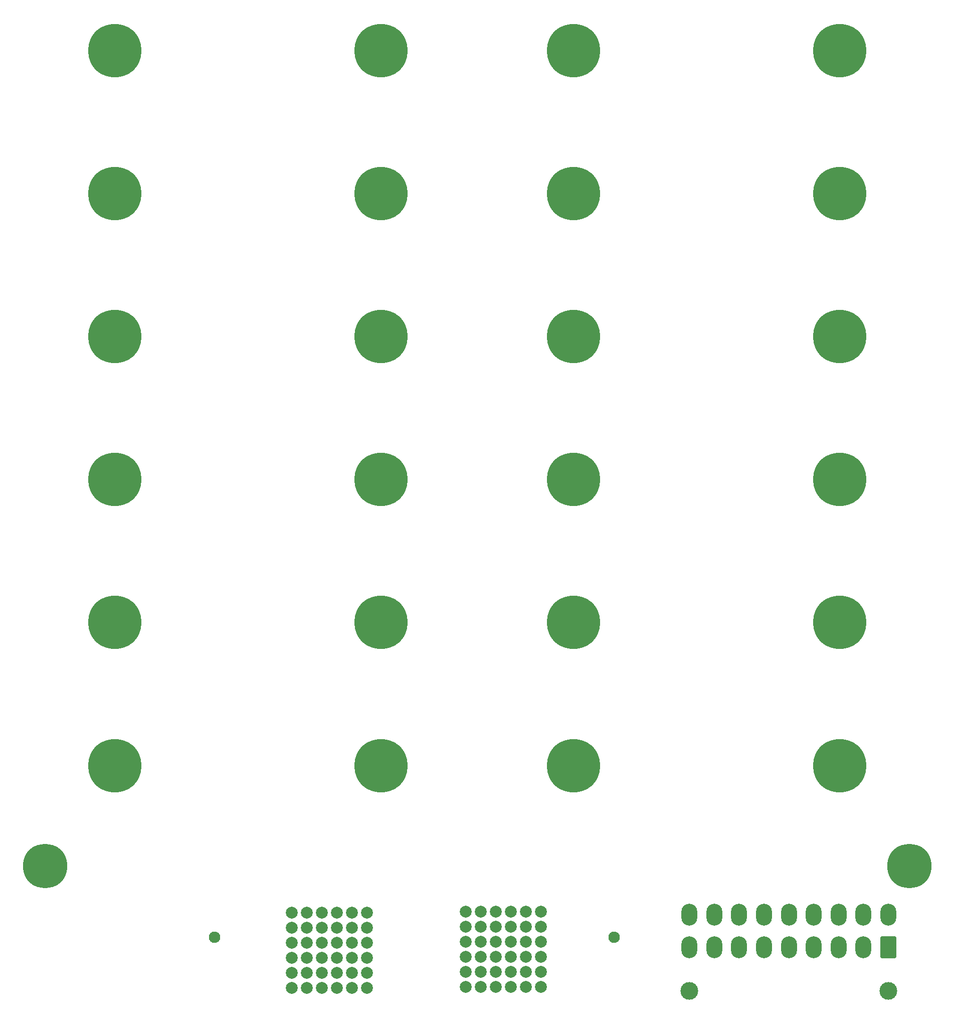
<source format=gts>
G04 #@! TF.GenerationSoftware,KiCad,Pcbnew,8.0.5*
G04 #@! TF.CreationDate,2024-11-12T22:59:12-08:00*
G04 #@! TF.ProjectId,URBAN_CELL_BOARD,55524241-4e5f-4434-954c-4c5f424f4152,rev?*
G04 #@! TF.SameCoordinates,Original*
G04 #@! TF.FileFunction,Soldermask,Top*
G04 #@! TF.FilePolarity,Negative*
%FSLAX46Y46*%
G04 Gerber Fmt 4.6, Leading zero omitted, Abs format (unit mm)*
G04 Created by KiCad (PCBNEW 8.0.5) date 2024-11-12 22:59:12*
%MOMM*%
%LPD*%
G01*
G04 APERTURE LIST*
G04 Aperture macros list*
%AMRoundRect*
0 Rectangle with rounded corners*
0 $1 Rounding radius*
0 $2 $3 $4 $5 $6 $7 $8 $9 X,Y pos of 4 corners*
0 Add a 4 corners polygon primitive as box body*
4,1,4,$2,$3,$4,$5,$6,$7,$8,$9,$2,$3,0*
0 Add four circle primitives for the rounded corners*
1,1,$1+$1,$2,$3*
1,1,$1+$1,$4,$5*
1,1,$1+$1,$6,$7*
1,1,$1+$1,$8,$9*
0 Add four rect primitives between the rounded corners*
20,1,$1+$1,$2,$3,$4,$5,0*
20,1,$1+$1,$4,$5,$6,$7,0*
20,1,$1+$1,$6,$7,$8,$9,0*
20,1,$1+$1,$8,$9,$2,$3,0*%
G04 Aperture macros list end*
%ADD10C,9.000000*%
%ADD11C,2.004000*%
%ADD12C,3.000000*%
%ADD13RoundRect,0.250001X1.099999X1.599999X-1.099999X1.599999X-1.099999X-1.599999X1.099999X-1.599999X0*%
%ADD14O,2.700000X3.700000*%
%ADD15C,1.930000*%
%ADD16C,7.500000*%
G04 APERTURE END LIST*
D10*
X148629000Y-119750000D03*
X103689000Y-119750000D03*
X226129000Y-119750000D03*
X181189000Y-119750000D03*
X148629000Y-143884000D03*
X103689000Y-143884000D03*
X226129000Y-168018000D03*
X181189000Y-168018000D03*
D11*
X133550000Y-265250000D03*
X133550000Y-267790000D03*
X133550000Y-270330000D03*
X133550000Y-272870000D03*
X133550000Y-275410000D03*
X133550000Y-277950000D03*
X136090000Y-265250000D03*
X136090000Y-267790000D03*
X136090000Y-270330000D03*
X136090000Y-272870000D03*
X136090000Y-275410000D03*
X136090000Y-277950000D03*
X138630000Y-265250000D03*
X138630000Y-267790000D03*
X138630000Y-270330000D03*
X138630000Y-272870000D03*
X138630000Y-275410000D03*
X138630000Y-277950000D03*
X141170000Y-265250000D03*
X141170000Y-267790000D03*
X141170000Y-270330000D03*
X141170000Y-272870000D03*
X141170000Y-275410000D03*
X141170000Y-277950000D03*
X143710000Y-265250000D03*
X143710000Y-267790000D03*
X143710000Y-270330000D03*
X143710000Y-272870000D03*
X143710000Y-275410000D03*
X143710000Y-277950000D03*
X146250000Y-265250000D03*
X146250000Y-267790000D03*
X146250000Y-270330000D03*
X146250000Y-272870000D03*
X146250000Y-275410000D03*
X146250000Y-277950000D03*
D12*
X234315000Y-278445000D03*
X200715000Y-278445000D03*
D13*
X234315000Y-271145000D03*
D14*
X230115000Y-271145000D03*
X225915000Y-271145000D03*
X221715000Y-271145000D03*
X217515000Y-271145000D03*
X213315000Y-271145000D03*
X209115000Y-271145000D03*
X204915000Y-271145000D03*
X200715000Y-271145000D03*
X234315000Y-265645000D03*
X230115000Y-265645000D03*
X225915000Y-265645000D03*
X221715000Y-265645000D03*
X217515000Y-265645000D03*
X213315000Y-265645000D03*
X209115000Y-265645000D03*
X204915000Y-265645000D03*
X200715000Y-265645000D03*
D15*
X188000000Y-269440000D03*
D10*
X148629000Y-192153000D03*
X103689000Y-192153000D03*
X226129000Y-192153000D03*
X181189000Y-192153000D03*
X148629000Y-168018000D03*
X103689000Y-168018000D03*
X226129000Y-216287000D03*
X181189000Y-216287000D03*
D11*
X162920000Y-265130000D03*
X162920000Y-267670000D03*
X162920000Y-270210000D03*
X162920000Y-272750000D03*
X162920000Y-275290000D03*
X162920000Y-277830000D03*
X165460000Y-265130000D03*
X165460000Y-267670000D03*
X165460000Y-270210000D03*
X165460000Y-272750000D03*
X165460000Y-275290000D03*
X165460000Y-277830000D03*
X168000000Y-265130000D03*
X168000000Y-267670000D03*
X168000000Y-270210000D03*
X168000000Y-272750000D03*
X168000000Y-275290000D03*
X168000000Y-277830000D03*
X170540000Y-265130000D03*
X170540000Y-267670000D03*
X170540000Y-270210000D03*
X170540000Y-272750000D03*
X170540000Y-275290000D03*
X170540000Y-277830000D03*
X173080000Y-265130000D03*
X173080000Y-267670000D03*
X173080000Y-270210000D03*
X173080000Y-272750000D03*
X173080000Y-275290000D03*
X173080000Y-277830000D03*
X175620000Y-265130000D03*
X175620000Y-267670000D03*
X175620000Y-270210000D03*
X175620000Y-272750000D03*
X175620000Y-275290000D03*
X175620000Y-277830000D03*
D16*
X237879000Y-257421000D03*
D10*
X148629000Y-240421000D03*
X103689000Y-240421000D03*
D15*
X120500000Y-269440000D03*
D10*
X226129000Y-240421000D03*
X181189000Y-240421000D03*
D16*
X91879000Y-257421000D03*
D10*
X148629000Y-216287000D03*
X103689000Y-216287000D03*
X226129000Y-143884000D03*
X181189000Y-143884000D03*
M02*

</source>
